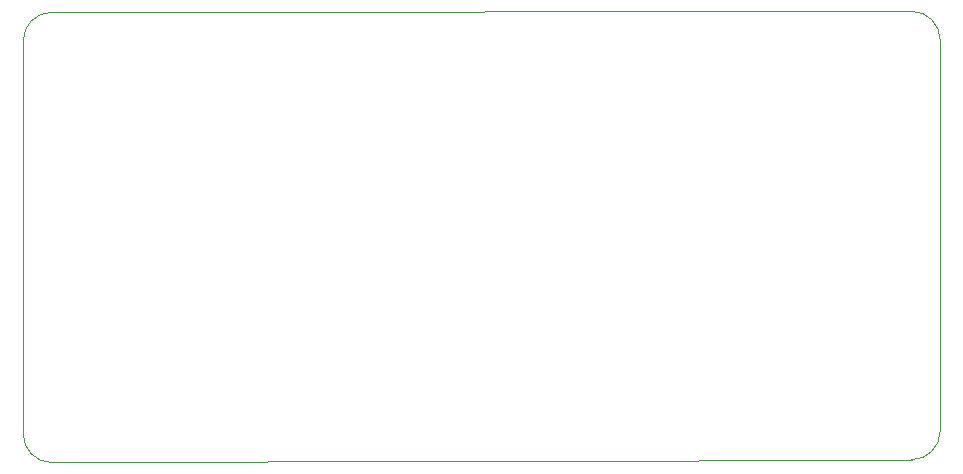
<source format=gm1>
%TF.GenerationSoftware,KiCad,Pcbnew,(5.1.10)-1*%
%TF.CreationDate,2021-05-26T18:35:01+08:00*%
%TF.ProjectId,FirstPCB,46697273-7450-4434-922e-6b696361645f,rev?*%
%TF.SameCoordinates,Original*%
%TF.FileFunction,Profile,NP*%
%FSLAX46Y46*%
G04 Gerber Fmt 4.6, Leading zero omitted, Abs format (unit mm)*
G04 Created by KiCad (PCBNEW (5.1.10)-1) date 2021-05-26 18:35:01*
%MOMM*%
%LPD*%
G01*
G04 APERTURE LIST*
%TA.AperFunction,Profile*%
%ADD10C,0.050000*%
%TD*%
G04 APERTURE END LIST*
D10*
X144272000Y-107061000D02*
G75*
G02*
X146685000Y-109474000I0J-2413000D01*
G01*
X71437500Y-145256250D02*
G75*
G02*
X69056250Y-142875000I0J2381250D01*
G01*
X69056250Y-109537500D02*
X69056250Y-142875000D01*
X144272000Y-145034000D02*
X71437500Y-145256250D01*
X69056250Y-109537500D02*
G75*
G02*
X71437500Y-107156250I2381250J0D01*
G01*
X144272000Y-107061000D02*
X71437500Y-107156250D01*
X146685000Y-109474000D02*
X146685000Y-142621000D01*
X146685000Y-142621000D02*
G75*
G02*
X144272000Y-145034000I-2413000J0D01*
G01*
M02*

</source>
